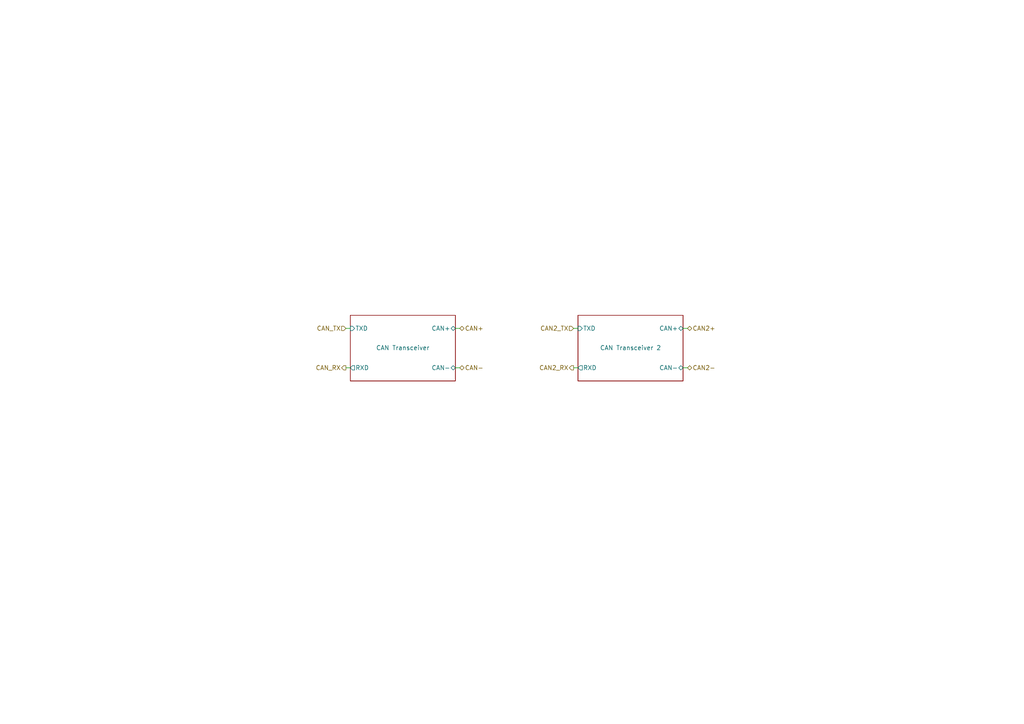
<source format=kicad_sch>
(kicad_sch (version 20230121) (generator eeschema)
  (paper "A4")
  (title_block (date "2023-07-01") (rev "${REVISION}") (company "Author: I. Kajdan") (comment 1 "Reviewer:"))
  (lib_symbols)
  (wire (pts (xy 132.08 106.68) (xy 133.35 106.68)))
  (wire (pts (xy 100.33 106.68) (xy 101.6 106.68)))
  (wire (pts (xy 166.37 95.25) (xy 167.64 95.25)))
  (wire (pts (xy 132.08 95.25) (xy 133.35 95.25)))
  (wire (pts (xy 166.37 106.68) (xy 167.64 106.68)))
  (wire (pts (xy 100.33 95.25) (xy 101.6 95.25)))
  (wire (pts (xy 198.12 95.25) (xy 199.39 95.25)))
  (wire (pts (xy 198.12 106.68) (xy 199.39 106.68)))
  (hierarchical_label "CAN2_RX" (shape output) (at 166.37 106.68 180))
  (hierarchical_label "CAN2+" (shape bidirectional) (at 199.39 95.25 0))
  (hierarchical_label "CAN-" (shape bidirectional) (at 133.35 106.68 0))
  (hierarchical_label "CAN2-" (shape bidirectional) (at 199.39 106.68 0))
  (hierarchical_label "CAN_RX" (shape output) (at 100.33 106.68 180))
  (hierarchical_label "CAN2_TX" (shape input) (at 166.37 95.25 180))
  (hierarchical_label "CAN_TX" (shape input) (at 100.33 95.25 180))
  (hierarchical_label "CAN+" (shape bidirectional) (at 133.35 95.25 0))
  (sheet (at 101.6 91.44) (size 30.48 19.05) (stroke (width 0.1524))
    (property "Sheetname" "CAN Transceiver" (at 116.84 100.8884 0))
    (property "Sheetfile" "can_transceiver.kicad_sch" (effects hide))
    (pin "RXD" output (at 101.6 106.68 180))
    (pin "TXD" input (at 101.6 95.25 180))
    (pin "CAN-" bidirectional (at 132.08 106.68 0))
    (pin "CAN+" bidirectional (at 132.08 95.25 0))
  )
  (sheet (at 167.64 91.44) (size 30.48 19.05) (stroke (width 0.1524))
    (property "Sheetname" "CAN Transceiver 2" (at 182.88 100.8884 0))
    (property "Sheetfile" "can_transceiver.kicad_sch" (effects hide))
    (pin "RXD" output (at 167.64 106.68 180))
    (pin "TXD" input (at 167.64 95.25 180))
    (pin "CAN-" bidirectional (at 198.12 106.68 0))
    (pin "CAN+" bidirectional (at 198.12 95.25 0))
  )
)
</source>
